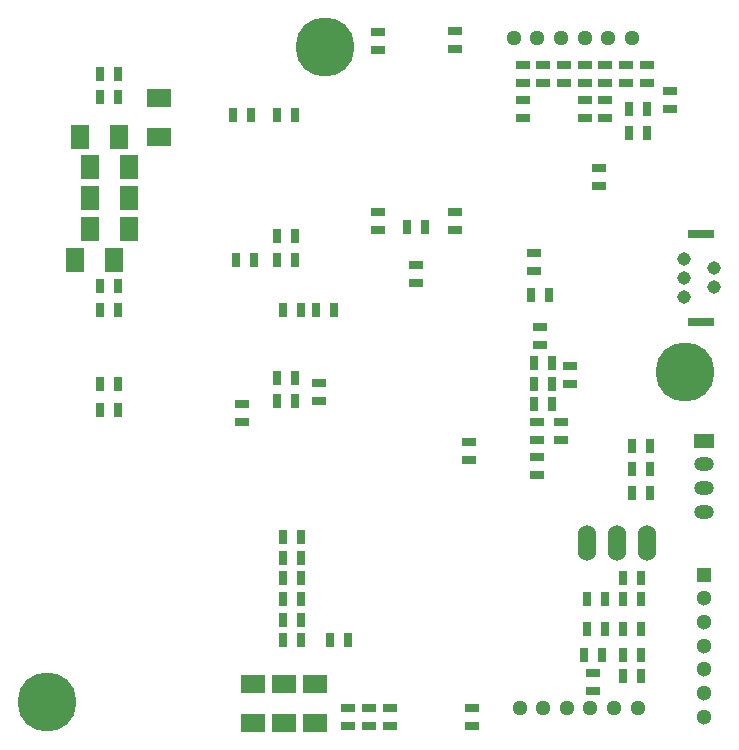
<source format=gbs>
G04 #@! TF.FileFunction,Soldermask,Bot*
%FSLAX46Y46*%
G04 Gerber Fmt 4.6, Leading zero omitted, Abs format (unit mm)*
G04 Created by KiCad (PCBNEW 4.0.6) date 07/07/17 00:51:22*
%MOMM*%
%LPD*%
G01*
G04 APERTURE LIST*
%ADD10C,0.100000*%
%ADD11C,1.143000*%
%ADD12R,2.300000X0.800000*%
%ADD13R,0.635000X1.143000*%
%ADD14R,1.143000X0.635000*%
%ADD15O,1.524000X3.048000*%
%ADD16C,1.300480*%
%ADD17R,1.300000X1.300000*%
%ADD18C,1.300000*%
%ADD19R,1.699260X1.198880*%
%ADD20O,1.699260X1.198880*%
%ADD21R,2.032000X1.524000*%
%ADD22R,1.524000X2.032000*%
%ADD23C,5.000000*%
G04 APERTURE END LIST*
D10*
D11*
X241650000Y-104950000D03*
X244250000Y-105750000D03*
X241650000Y-106550000D03*
X244250000Y-107350000D03*
X241650000Y-108150000D03*
D12*
X243100000Y-102800000D03*
X243100000Y-110300000D03*
D13*
X207738000Y-135500000D03*
X209262000Y-135500000D03*
X234762000Y-138500000D03*
X233238000Y-138500000D03*
D14*
X238500000Y-90012000D03*
X238500000Y-88488000D03*
X228000000Y-91488000D03*
X228000000Y-93012000D03*
X233250000Y-91488000D03*
X233250000Y-93012000D03*
X235000000Y-91488000D03*
X235000000Y-93012000D03*
D13*
X236488000Y-133750000D03*
X238012000Y-133750000D03*
X238512000Y-94250000D03*
X236988000Y-94250000D03*
X238512000Y-92250000D03*
X236988000Y-92250000D03*
D14*
X240500000Y-92262000D03*
X240500000Y-90738000D03*
D13*
X236488000Y-140250000D03*
X238012000Y-140250000D03*
X233488000Y-136250000D03*
X235012000Y-136250000D03*
D14*
X223750000Y-142988000D03*
X223750000Y-144512000D03*
D13*
X233488000Y-133750000D03*
X235012000Y-133750000D03*
X230512000Y-113750000D03*
X228988000Y-113750000D03*
D14*
X231250000Y-120262000D03*
X231250000Y-118738000D03*
D13*
X230512000Y-115500000D03*
X228988000Y-115500000D03*
D14*
X229250000Y-123262000D03*
X229250000Y-121738000D03*
X229500000Y-112262000D03*
X229500000Y-110738000D03*
X229000000Y-104488000D03*
X229000000Y-106012000D03*
D13*
X238012000Y-138500000D03*
X236488000Y-138500000D03*
D14*
X232000000Y-113988000D03*
X232000000Y-115512000D03*
X234500000Y-98762000D03*
X234500000Y-97238000D03*
D13*
X207238000Y-115000000D03*
X208762000Y-115000000D03*
X203738000Y-105000000D03*
X205262000Y-105000000D03*
X203488000Y-92750000D03*
X205012000Y-92750000D03*
X236488000Y-136250000D03*
X238012000Y-136250000D03*
X207738000Y-130250000D03*
X209262000Y-130250000D03*
D14*
X219000000Y-107012000D03*
X219000000Y-105488000D03*
D13*
X236488000Y-132000000D03*
X238012000Y-132000000D03*
X218238000Y-102250000D03*
X219762000Y-102250000D03*
X209262000Y-128500000D03*
X207738000Y-128500000D03*
D14*
X215000000Y-142988000D03*
X215000000Y-144512000D03*
D13*
X230262000Y-108000000D03*
X228738000Y-108000000D03*
X237238000Y-124750000D03*
X238762000Y-124750000D03*
D15*
X238540000Y-129000000D03*
X236000000Y-129000000D03*
X233460000Y-129000000D03*
D16*
X233250760Y-86250000D03*
X231249240Y-86250000D03*
X229250260Y-86250000D03*
X227248740Y-86250000D03*
X235249740Y-86250000D03*
X237251260Y-86250000D03*
X233750760Y-143000000D03*
X231749240Y-143000000D03*
X229750260Y-143000000D03*
X227748740Y-143000000D03*
X235749740Y-143000000D03*
X237751260Y-143000000D03*
D17*
X243400000Y-131695440D03*
D18*
X243400000Y-135698480D03*
X243400000Y-133696960D03*
X243400000Y-137697460D03*
X243400000Y-139698980D03*
X243400000Y-141700500D03*
X243400000Y-143699480D03*
D19*
X243400000Y-120347720D03*
D20*
X243400000Y-124350760D03*
X243400000Y-122349240D03*
X243400000Y-126349740D03*
D14*
X216750000Y-144512000D03*
X216750000Y-142988000D03*
X213250000Y-142988000D03*
X213250000Y-144512000D03*
D13*
X207738000Y-137250000D03*
X209262000Y-137250000D03*
X207738000Y-133750000D03*
X209262000Y-133750000D03*
D14*
X234000000Y-139988000D03*
X234000000Y-141512000D03*
D13*
X209262000Y-132000000D03*
X207738000Y-132000000D03*
D14*
X235000000Y-88488000D03*
X235000000Y-90012000D03*
X233250000Y-88488000D03*
X233250000Y-90012000D03*
X228000000Y-88488000D03*
X228000000Y-90012000D03*
X229750000Y-88488000D03*
X229750000Y-90012000D03*
X231500000Y-88488000D03*
X231500000Y-90012000D03*
X236750000Y-88488000D03*
X236750000Y-90012000D03*
D13*
X230512000Y-117250000D03*
X228988000Y-117250000D03*
D14*
X229250000Y-120262000D03*
X229250000Y-118738000D03*
X223500000Y-122012000D03*
X223500000Y-120488000D03*
D13*
X212012000Y-109250000D03*
X210488000Y-109250000D03*
X207738000Y-109250000D03*
X209262000Y-109250000D03*
D14*
X210750000Y-117012000D03*
X210750000Y-115488000D03*
D13*
X207238000Y-103000000D03*
X208762000Y-103000000D03*
X207238000Y-117000000D03*
X208762000Y-117000000D03*
X193762000Y-117750000D03*
X192238000Y-117750000D03*
X192238000Y-115500000D03*
X193762000Y-115500000D03*
D14*
X204250000Y-117238000D03*
X204250000Y-118762000D03*
D13*
X213262000Y-137250000D03*
X211738000Y-137250000D03*
X207238000Y-105000000D03*
X208762000Y-105000000D03*
X193762000Y-109250000D03*
X192238000Y-109250000D03*
X192238000Y-107250000D03*
X193762000Y-107250000D03*
X207238000Y-92750000D03*
X208762000Y-92750000D03*
X193762000Y-91250000D03*
X192238000Y-91250000D03*
X192238000Y-89250000D03*
X193762000Y-89250000D03*
D14*
X215750000Y-85738000D03*
X215750000Y-87262000D03*
X222250000Y-85638000D03*
X222250000Y-87162000D03*
X215750000Y-100988000D03*
X215750000Y-102512000D03*
X222250000Y-100988000D03*
X222250000Y-102512000D03*
D13*
X237238000Y-122750000D03*
X238762000Y-122750000D03*
X237238000Y-120750000D03*
X238762000Y-120750000D03*
D21*
X205200000Y-144251000D03*
X205200000Y-140949000D03*
X207800000Y-144251000D03*
X207800000Y-140949000D03*
X210400000Y-140949000D03*
X210400000Y-144251000D03*
D22*
X193851000Y-94600000D03*
X190549000Y-94600000D03*
D21*
X197200000Y-91349000D03*
X197200000Y-94651000D03*
D22*
X194651000Y-97200000D03*
X191349000Y-97200000D03*
X194651000Y-99800000D03*
X191349000Y-99800000D03*
X193451000Y-105000000D03*
X190149000Y-105000000D03*
X194651000Y-102400000D03*
X191349000Y-102400000D03*
D23*
X187750000Y-142500000D03*
X211250000Y-87000000D03*
X241750000Y-114500000D03*
M02*

</source>
